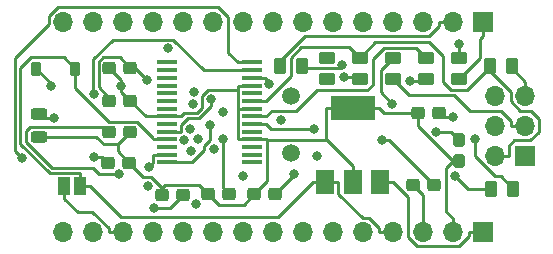
<source format=gbr>
%TF.GenerationSoftware,KiCad,Pcbnew,7.0.10*%
%TF.CreationDate,2024-02-19T12:28:25+05:30*%
%TF.ProjectId,ArduinoNano _Rudra_2021eeb1208,41726475-696e-46f4-9e61-6e6f205f5275,rev?*%
%TF.SameCoordinates,Original*%
%TF.FileFunction,Copper,L4,Bot*%
%TF.FilePolarity,Positive*%
%FSLAX46Y46*%
G04 Gerber Fmt 4.6, Leading zero omitted, Abs format (unit mm)*
G04 Created by KiCad (PCBNEW 7.0.10) date 2024-02-19 12:28:25*
%MOMM*%
%LPD*%
G01*
G04 APERTURE LIST*
G04 Aperture macros list*
%AMRoundRect*
0 Rectangle with rounded corners*
0 $1 Rounding radius*
0 $2 $3 $4 $5 $6 $7 $8 $9 X,Y pos of 4 corners*
0 Add a 4 corners polygon primitive as box body*
4,1,4,$2,$3,$4,$5,$6,$7,$8,$9,$2,$3,0*
0 Add four circle primitives for the rounded corners*
1,1,$1+$1,$2,$3*
1,1,$1+$1,$4,$5*
1,1,$1+$1,$6,$7*
1,1,$1+$1,$8,$9*
0 Add four rect primitives between the rounded corners*
20,1,$1+$1,$2,$3,$4,$5,0*
20,1,$1+$1,$4,$5,$6,$7,0*
20,1,$1+$1,$6,$7,$8,$9,0*
20,1,$1+$1,$8,$9,$2,$3,0*%
G04 Aperture macros list end*
%TA.AperFunction,ComponentPad*%
%ADD10R,1.700000X1.700000*%
%TD*%
%TA.AperFunction,ComponentPad*%
%ADD11O,1.700000X1.700000*%
%TD*%
%TA.AperFunction,ComponentPad*%
%ADD12C,1.500000*%
%TD*%
%TA.AperFunction,SMDPad,CuDef*%
%ADD13R,1.500000X2.000000*%
%TD*%
%TA.AperFunction,SMDPad,CuDef*%
%ADD14R,3.800000X2.000000*%
%TD*%
%TA.AperFunction,SMDPad,CuDef*%
%ADD15RoundRect,0.250000X-0.275000X0.312500X-0.275000X-0.312500X0.275000X-0.312500X0.275000X0.312500X0*%
%TD*%
%TA.AperFunction,SMDPad,CuDef*%
%ADD16RoundRect,0.250000X0.312500X0.275000X-0.312500X0.275000X-0.312500X-0.275000X0.312500X-0.275000X0*%
%TD*%
%TA.AperFunction,SMDPad,CuDef*%
%ADD17RoundRect,0.250000X-0.312500X-0.275000X0.312500X-0.275000X0.312500X0.275000X-0.312500X0.275000X0*%
%TD*%
%TA.AperFunction,SMDPad,CuDef*%
%ADD18RoundRect,0.243750X0.456250X-0.243750X0.456250X0.243750X-0.456250X0.243750X-0.456250X-0.243750X0*%
%TD*%
%TA.AperFunction,SMDPad,CuDef*%
%ADD19RoundRect,0.250000X-0.450000X0.262500X-0.450000X-0.262500X0.450000X-0.262500X0.450000X0.262500X0*%
%TD*%
%TA.AperFunction,SMDPad,CuDef*%
%ADD20RoundRect,0.225000X0.225000X0.375000X-0.225000X0.375000X-0.225000X-0.375000X0.225000X-0.375000X0*%
%TD*%
%TA.AperFunction,SMDPad,CuDef*%
%ADD21R,1.750000X0.450000*%
%TD*%
%TA.AperFunction,SMDPad,CuDef*%
%ADD22R,1.000000X1.500000*%
%TD*%
%TA.AperFunction,SMDPad,CuDef*%
%ADD23RoundRect,0.250000X-0.262500X-0.450000X0.262500X-0.450000X0.262500X0.450000X-0.262500X0.450000X0*%
%TD*%
%TA.AperFunction,SMDPad,CuDef*%
%ADD24RoundRect,0.250000X0.262500X0.450000X-0.262500X0.450000X-0.262500X-0.450000X0.262500X-0.450000X0*%
%TD*%
%TA.AperFunction,ViaPad*%
%ADD25C,0.800000*%
%TD*%
%TA.AperFunction,Conductor*%
%ADD26C,0.250000*%
%TD*%
G04 APERTURE END LIST*
D10*
%TO.P,ICSP1,1,MISO*%
%TO.N,/D12{slash}MISO*%
X103632000Y-108458000D03*
D11*
%TO.P,ICSP1,2,VCC*%
%TO.N,+5V*%
X101092000Y-108458000D03*
%TO.P,ICSP1,3,SCK*%
%TO.N,/D13{slash}SCK*%
X103632000Y-105918000D03*
%TO.P,ICSP1,4,MOSI*%
%TO.N,/D11{slash}MOSI*%
X101092000Y-105918000D03*
%TO.P,ICSP1,5,~{RST}*%
%TO.N,/RST*%
X103632000Y-103378000D03*
%TO.P,ICSP1,6,GND*%
%TO.N,GND*%
X101092000Y-103378000D03*
%TD*%
D12*
%TO.P,Y1,1,1*%
%TO.N,Net-(U1-(PCINT6{slash}XTAL1{slash}TOSC1)_PB6)*%
X83820000Y-108258000D03*
%TO.P,Y1,2,2*%
%TO.N,Net-(U1-(PCINT7{slash}XTAL2{slash}TOSC2)_PB7)*%
X83820000Y-103378000D03*
%TD*%
D13*
%TO.P,REG1,1,IN*%
%TO.N,VIN*%
X91352000Y-110694000D03*
%TO.P,REG1,2,GND*%
%TO.N,GND*%
X89052000Y-110694000D03*
D14*
X89052000Y-104394000D03*
D13*
%TO.P,REG1,3,OUT*%
%TO.N,+5V*%
X86752000Y-110694000D03*
%TD*%
D15*
%TO.P,C9,1*%
%TO.N,VUSB*%
X98090000Y-107145000D03*
%TO.P,C9,2*%
%TO.N,GND*%
X98090000Y-108920000D03*
%TD*%
D16*
%TO.P,C3,1*%
%TO.N,+5C*%
X70229500Y-101030000D03*
%TO.P,C3,2*%
%TO.N,GND*%
X68454500Y-101030000D03*
%TD*%
%TO.P,C7,1*%
%TO.N,+3V3*%
X74705000Y-111810000D03*
%TO.P,C7,2*%
%TO.N,GND*%
X72930000Y-111810000D03*
%TD*%
D17*
%TO.P,C2,1*%
%TO.N,+5C*%
X68437500Y-103800000D03*
%TO.P,C2,2*%
%TO.N,GND*%
X70212500Y-103800000D03*
%TD*%
D16*
%TO.P,C4,2*%
%TO.N,/RST*%
X94180000Y-110970000D03*
%TO.P,C4,1*%
%TO.N,Net-(USB1-DTR)*%
X95955000Y-110970000D03*
%TD*%
%TO.P,C10,1*%
%TO.N,+5C*%
X78615000Y-111750000D03*
%TO.P,C10,2*%
%TO.N,GND*%
X76840000Y-111750000D03*
%TD*%
D18*
%TO.P,VREG1,1,K*%
%TO.N,GND*%
X62484000Y-106855500D03*
%TO.P,VREG1,2,A*%
%TO.N,Net-(VREG1-A)*%
X62484000Y-104980500D03*
%TD*%
D19*
%TO.P,RP1D1,1*%
%TO.N,unconnected-(RP1D1-Pad1)*%
X86868000Y-100179500D03*
%TO.P,RP1D1,2*%
%TO.N,unconnected-(RP1D1-Pad2)*%
X86868000Y-102004500D03*
%TD*%
D16*
%TO.P,C5,1*%
%TO.N,GND*%
X70137500Y-109100000D03*
%TO.P,C5,2*%
%TO.N,Net-(U1-(PCINT6{slash}XTAL1{slash}TOSC1)_PB6)*%
X68362500Y-109100000D03*
%TD*%
D19*
%TO.P,RP2C1,1*%
%TO.N,Net-(USB1-CBUS1)*%
X95250000Y-100179500D03*
%TO.P,RP2C1,2*%
%TO.N,Net-(TX1-K)*%
X95250000Y-102004500D03*
%TD*%
%TO.P,RP2A1,1*%
%TO.N,+5V*%
X89662000Y-100179500D03*
%TO.P,RP2A1,2*%
%TO.N,Net-(VREG1-A)*%
X89662000Y-102004500D03*
%TD*%
D20*
%TO.P,D1,1,K*%
%TO.N,+5V*%
X65530000Y-101092000D03*
%TO.P,D1,2,A*%
%TO.N,VUSB*%
X62230000Y-101092000D03*
%TD*%
D19*
%TO.P,RP2B1,1*%
%TO.N,Net-(L1-A)*%
X92456000Y-100179500D03*
%TO.P,RP2B1,2*%
%TO.N,/D13{slash}SCK*%
X92456000Y-102004500D03*
%TD*%
D16*
%TO.P,C1,1*%
%TO.N,/AREF*%
X96350000Y-104830000D03*
%TO.P,C1,2*%
%TO.N,GND*%
X94575000Y-104830000D03*
%TD*%
D21*
%TO.P,USB1,1,TXD*%
%TO.N,/RX*%
X73310000Y-109030000D03*
%TO.P,USB1,2,DTR*%
%TO.N,Net-(USB1-DTR)*%
X73310000Y-108380000D03*
%TO.P,USB1,3,RTS*%
%TO.N,unconnected-(USB1-RTS-Pad3)*%
X73310000Y-107730000D03*
%TO.P,USB1,4,VCCIO*%
%TO.N,+5V*%
X73310000Y-107080000D03*
%TO.P,USB1,5,RXD*%
%TO.N,/TX*%
X73310000Y-106430000D03*
%TO.P,USB1,6,RI*%
%TO.N,unconnected-(USB1-RI-Pad6)*%
X73310000Y-105780000D03*
%TO.P,USB1,7,GND*%
%TO.N,GND*%
X73310000Y-105130000D03*
%TO.P,USB1,8*%
%TO.N,N/C*%
X73310000Y-104480000D03*
%TO.P,USB1,9,DCR*%
%TO.N,unconnected-(USB1-DCR-Pad9)*%
X73310000Y-103830000D03*
%TO.P,USB1,10,DCD*%
%TO.N,unconnected-(USB1-DCD-Pad10)*%
X73310000Y-103180000D03*
%TO.P,USB1,11,CTS*%
%TO.N,unconnected-(USB1-CTS-Pad11)*%
X73310000Y-102530000D03*
%TO.P,USB1,12,CBUS4*%
%TO.N,unconnected-(USB1-CBUS4-Pad12)*%
X73310000Y-101880000D03*
%TO.P,USB1,13,CBUS2*%
%TO.N,unconnected-(USB1-CBUS2-Pad13)*%
X73310000Y-101230000D03*
%TO.P,USB1,14,CBUS3*%
%TO.N,unconnected-(USB1-CBUS3-Pad14)*%
X73310000Y-100580000D03*
%TO.P,USB1,15,USBD+*%
%TO.N,Net-(J7-D+)*%
X80510000Y-100580000D03*
%TO.P,USB1,16,USBD-*%
%TO.N,Net-(J7-D-)*%
X80510000Y-101230000D03*
%TO.P,USB1,17,3V3OUT*%
%TO.N,+3V3*%
X80510000Y-101880000D03*
%TO.P,USB1,18,GND*%
%TO.N,GND*%
X80510000Y-102530000D03*
%TO.P,USB1,19,~{RESET}*%
%TO.N,unconnected-(USB1-~{RESET}-Pad19)*%
X80510000Y-103180000D03*
%TO.P,USB1,20,VCC*%
%TO.N,+5V*%
X80510000Y-103830000D03*
%TO.P,USB1,21,GND*%
%TO.N,GND*%
X80510000Y-104480000D03*
%TO.P,USB1,22,CBUS1*%
%TO.N,Net-(USB1-CBUS1)*%
X80510000Y-105130000D03*
%TO.P,USB1,23,CBUS0*%
%TO.N,Net-(USB1-CBUS0)*%
X80510000Y-105780000D03*
%TO.P,USB1,24*%
%TO.N,N/C*%
X80510000Y-106430000D03*
%TO.P,USB1,25,AGND*%
%TO.N,GND*%
X80510000Y-107080000D03*
%TO.P,USB1,26,TEST*%
%TO.N,unconnected-(USB1-TEST-Pad26)*%
X80510000Y-107730000D03*
%TO.P,USB1,27,OSCI*%
%TO.N,unconnected-(USB1-OSCI-Pad27)*%
X80510000Y-108380000D03*
%TO.P,USB1,28,OSCO*%
%TO.N,unconnected-(USB1-OSCO-Pad28)*%
X80510000Y-109030000D03*
%TD*%
D16*
%TO.P,C8,2*%
%TO.N,GND*%
X80700000Y-111750000D03*
%TO.P,C8,1*%
%TO.N,VUSB*%
X82475000Y-111750000D03*
%TD*%
D22*
%TO.P,JP1,1,A*%
%TO.N,/AREF*%
X64650000Y-111030000D03*
%TO.P,JP1,2,B*%
%TO.N,+5V*%
X65950000Y-111030000D03*
%TD*%
D16*
%TO.P,C6,1*%
%TO.N,GND*%
X70162500Y-106500000D03*
%TO.P,C6,2*%
%TO.N,Net-(U1-(PCINT7{slash}XTAL2{slash}TOSC2)_PB7)*%
X68387500Y-106500000D03*
%TD*%
D11*
%TO.P,J2,15,Pin_15*%
%TO.N,/D13{slash}SCK*%
X64516000Y-114935000D03*
%TO.P,J2,14,Pin_14*%
%TO.N,+3V3*%
X67056000Y-114935000D03*
%TO.P,J2,13,Pin_13*%
%TO.N,/AREF*%
X69596000Y-114935000D03*
%TO.P,J2,12,Pin_12*%
%TO.N,/A7*%
X72136000Y-114935000D03*
%TO.P,J2,11,Pin_11*%
%TO.N,/A6*%
X74676000Y-114935000D03*
%TO.P,J2,10,Pin_10*%
%TO.N,/A5*%
X77216000Y-114935000D03*
%TO.P,J2,9,Pin_9*%
%TO.N,/A4*%
X79756000Y-114935000D03*
%TO.P,J2,8,Pin_8*%
%TO.N,/A3*%
X82296000Y-114935000D03*
%TO.P,J2,7,Pin_7*%
%TO.N,/A2*%
X84836000Y-114935000D03*
%TO.P,J2,6,Pin_6*%
%TO.N,/A1*%
X87376000Y-114935000D03*
%TO.P,J2,5,Pin_5*%
%TO.N,/A0*%
X89916000Y-114935000D03*
%TO.P,J2,4,Pin_4*%
%TO.N,+5V*%
X92456000Y-114935000D03*
%TO.P,J2,3,Pin_3*%
%TO.N,/RST*%
X94996000Y-114935000D03*
%TO.P,J2,2,Pin_2*%
%TO.N,GND*%
X97536000Y-114935000D03*
D10*
%TO.P,J2,1,Pin_1*%
%TO.N,VIN*%
X100076000Y-114935000D03*
%TD*%
D19*
%TO.P,RP1C1,1*%
%TO.N,/TX*%
X98044000Y-100179500D03*
%TO.P,RP1C1,2*%
%TO.N,/D1{slash}TX*%
X98044000Y-102004500D03*
%TD*%
D23*
%TO.P,RP2D1,1*%
%TO.N,Net-(USB1-CBUS0)*%
X100791000Y-111252000D03*
%TO.P,RP2D1,2*%
%TO.N,Net-(RX1-K)*%
X102616000Y-111252000D03*
%TD*%
D24*
%TO.P,RP1B1,1*%
%TO.N,/RX*%
X84732500Y-100838000D03*
%TO.P,RP1B1,2*%
%TO.N,/D0{slash}RX*%
X82907500Y-100838000D03*
%TD*%
D23*
%TO.P,RP1A1,1*%
%TO.N,+5V*%
X100687500Y-100838000D03*
%TO.P,RP1A1,2*%
%TO.N,/RST*%
X102512500Y-100838000D03*
%TD*%
D11*
%TO.P,J4,15,Pin_15*%
%TO.N,/D12{slash}MISO*%
X64516000Y-97155000D03*
%TO.P,J4,14,Pin_14*%
%TO.N,/D11{slash}MOSI*%
X67056000Y-97155000D03*
%TO.P,J4,13,Pin_13*%
%TO.N,/D10*%
X69596000Y-97155000D03*
%TO.P,J4,12,Pin_12*%
%TO.N,/D9*%
X72136000Y-97155000D03*
%TO.P,J4,11,Pin_11*%
%TO.N,/D8*%
X74676000Y-97155000D03*
%TO.P,J4,10,Pin_10*%
%TO.N,/D7*%
X77216000Y-97155000D03*
%TO.P,J4,9,Pin_9*%
%TO.N,/D6*%
X79756000Y-97155000D03*
%TO.P,J4,8,Pin_8*%
%TO.N,/D5*%
X82296000Y-97155000D03*
%TO.P,J4,7,Pin_7*%
%TO.N,/D4*%
X84836000Y-97155000D03*
%TO.P,J4,6,Pin_6*%
%TO.N,/D3*%
X87376000Y-97155000D03*
%TO.P,J4,5,Pin_5*%
%TO.N,/D2*%
X89916000Y-97155000D03*
%TO.P,J4,4,Pin_4*%
%TO.N,GND*%
X92456000Y-97155000D03*
%TO.P,J4,3,Pin_3*%
%TO.N,/RST*%
X94996000Y-97155000D03*
%TO.P,J4,2,Pin_2*%
%TO.N,/D0{slash}RX*%
X97536000Y-97155000D03*
D10*
%TO.P,J4,1,Pin_1*%
%TO.N,/D1{slash}TX*%
X100076000Y-97155000D03*
%TD*%
D25*
%TO.N,Net-(RX1-K)*%
X99406400Y-107099600D03*
%TO.N,Net-(TX1-K)*%
X93926900Y-102144400D03*
%TO.N,Net-(L1-A)*%
X92419200Y-104071500D03*
%TO.N,Net-(J7-D+)*%
X61028900Y-108637600D03*
%TO.N,Net-(J7-D-)*%
X67131400Y-103268000D03*
%TO.N,Net-(VREG1-A)*%
X88347500Y-101841400D03*
X63807700Y-105281700D03*
%TO.N,VUSB*%
X96102400Y-106436700D03*
X84082800Y-110059300D03*
X63480200Y-102573400D03*
%TO.N,Net-(USB1-CBUS0)*%
X85767100Y-106205600D03*
X97730600Y-110154400D03*
%TO.N,/TX*%
X77080300Y-103702300D03*
X98044000Y-99026800D03*
%TO.N,+3V3*%
X72257600Y-112937400D03*
X82004900Y-102431300D03*
%TO.N,Net-(USB1-DTR)*%
X71777800Y-109420700D03*
X91564700Y-107150300D03*
%TO.N,/RX*%
X76959000Y-105855300D03*
X88146600Y-100823300D03*
%TO.N,/D0{slash}RX*%
X75556700Y-104102100D03*
%TO.N,/A5*%
X75618900Y-103064900D03*
%TO.N,/A4*%
X78095800Y-104798600D03*
%TO.N,/A2*%
X86070700Y-108467000D03*
%TO.N,/A1*%
X82999900Y-105411200D03*
%TO.N,/D13{slash}SCK*%
X79765500Y-110228100D03*
%TO.N,/D12{slash}MISO*%
X77311200Y-107894500D03*
%TO.N,/D11{slash}MOSI*%
X75966700Y-107021100D03*
%TO.N,/D10*%
X75789500Y-112560500D03*
%TO.N,/AREF*%
X97544600Y-105169500D03*
%TO.N,/D9*%
X75352800Y-108072400D03*
%TO.N,/D7*%
X71684200Y-111006800D03*
%TO.N,/D6*%
X74804900Y-107169100D03*
%TO.N,/D5*%
X75255200Y-106194500D03*
%TO.N,/D3*%
X73422600Y-99391200D03*
%TO.N,Net-(U1-(PCINT7{slash}XTAL2{slash}TOSC2)_PB7)*%
X69246100Y-110011900D03*
%TO.N,+5C*%
X78047900Y-107072400D03*
X71674800Y-102083500D03*
%TO.N,Net-(U1-(PCINT6{slash}XTAL1{slash}TOSC1)_PB6)*%
X67187200Y-108581900D03*
%TO.N,GND*%
X69477600Y-102544500D03*
%TD*%
D26*
%TO.N,Net-(RX1-K)*%
X99406400Y-108502400D02*
X99406400Y-107099600D01*
X101128100Y-110224100D02*
X99406400Y-108502400D01*
X101588100Y-110224100D02*
X101128100Y-110224100D01*
X102616000Y-111252000D02*
X101588100Y-110224100D01*
%TO.N,Net-(TX1-K)*%
X95110100Y-102144400D02*
X93926900Y-102144400D01*
X95250000Y-102004500D02*
X95110100Y-102144400D01*
%TO.N,Net-(L1-A)*%
X91428100Y-103080400D02*
X92419200Y-104071500D01*
X91428100Y-101207400D02*
X91428100Y-103080400D01*
X92456000Y-100179500D02*
X91428100Y-101207400D01*
%TO.N,/RST*%
X94996000Y-111786000D02*
X94180000Y-110970000D01*
X94996000Y-114935000D02*
X94996000Y-111786000D01*
X102512500Y-101081600D02*
X102512500Y-100838000D01*
X103632000Y-102201100D02*
X102512500Y-101081600D01*
X103632000Y-103378000D02*
X103632000Y-102201100D01*
%TO.N,Net-(J7-D+)*%
X80510000Y-100580000D02*
X79308100Y-100580000D01*
X60436000Y-108044700D02*
X61028900Y-108637600D01*
X60436000Y-100237500D02*
X60436000Y-108044700D01*
X63339100Y-97334400D02*
X60436000Y-100237500D01*
X63339100Y-96662100D02*
X63339100Y-97334400D01*
X64093400Y-95907800D02*
X63339100Y-96662100D01*
X77689600Y-95907800D02*
X64093400Y-95907800D01*
X78486000Y-96704200D02*
X77689600Y-95907800D01*
X78486000Y-99757900D02*
X78486000Y-96704200D01*
X79308100Y-100580000D02*
X78486000Y-99757900D01*
%TO.N,Net-(J7-D-)*%
X67060700Y-103197300D02*
X67131400Y-103268000D01*
X67060700Y-100313600D02*
X67060700Y-103197300D01*
X68720800Y-98653500D02*
X67060700Y-100313600D01*
X73882800Y-98653500D02*
X68720800Y-98653500D01*
X76459300Y-101230000D02*
X73882800Y-98653500D01*
X80510000Y-101230000D02*
X76459300Y-101230000D01*
%TO.N,Net-(VREG1-A)*%
X62785200Y-105281700D02*
X63807700Y-105281700D01*
X62484000Y-104980500D02*
X62785200Y-105281700D01*
X89498900Y-101841400D02*
X88347500Y-101841400D01*
X89662000Y-102004500D02*
X89498900Y-101841400D01*
%TO.N,VIN*%
X93726000Y-111991100D02*
X92428900Y-110694000D01*
X93726000Y-115373300D02*
X93726000Y-111991100D01*
X94509100Y-116156400D02*
X93726000Y-115373300D01*
X98045500Y-116156400D02*
X94509100Y-116156400D01*
X98899100Y-115302800D02*
X98045500Y-116156400D01*
X98899100Y-114935000D02*
X98899100Y-115302800D01*
X100076000Y-114935000D02*
X98899100Y-114935000D01*
X91352000Y-110694000D02*
X92428900Y-110694000D01*
%TO.N,VUSB*%
X97381700Y-106436700D02*
X98090000Y-107145000D01*
X96102400Y-106436700D02*
X97381700Y-106436700D01*
X84082800Y-110142200D02*
X84082800Y-110059300D01*
X82475000Y-111750000D02*
X84082800Y-110142200D01*
X63480200Y-102342200D02*
X63480200Y-102573400D01*
X62230000Y-101092000D02*
X63480200Y-102342200D01*
%TO.N,Net-(USB1-CBUS0)*%
X80510000Y-105780000D02*
X81711900Y-105780000D01*
X82137500Y-106205600D02*
X85767100Y-106205600D01*
X81711900Y-105780000D02*
X82137500Y-106205600D01*
X98828200Y-111252000D02*
X97730600Y-110154400D01*
X100791000Y-111252000D02*
X98828200Y-111252000D01*
%TO.N,/TX*%
X73310000Y-106430000D02*
X74511900Y-106430000D01*
X98044000Y-100179500D02*
X98044000Y-99026800D01*
X77080300Y-104272900D02*
X77080300Y-103702300D01*
X76069000Y-105284200D02*
X77080300Y-104272900D01*
X75133400Y-105284200D02*
X76069000Y-105284200D01*
X74511900Y-105905700D02*
X75133400Y-105284200D01*
X74511900Y-106430000D02*
X74511900Y-105905700D01*
%TO.N,+3V3*%
X73577600Y-112937400D02*
X74705000Y-111810000D01*
X72257600Y-112937400D02*
X73577600Y-112937400D01*
X81711900Y-102138300D02*
X82004900Y-102431300D01*
X81711900Y-101880000D02*
X81711900Y-102138300D01*
X80510000Y-101880000D02*
X81711900Y-101880000D01*
%TO.N,Net-(USB1-CBUS1)*%
X94399800Y-99329300D02*
X95250000Y-100179500D01*
X91700600Y-99329300D02*
X94399800Y-99329300D01*
X90760600Y-100269300D02*
X91700600Y-99329300D01*
X90760600Y-102456500D02*
X90760600Y-100269300D01*
X90293200Y-102923900D02*
X90760600Y-102456500D01*
X86005700Y-102923900D02*
X90293200Y-102923900D01*
X84279900Y-104649700D02*
X86005700Y-102923900D01*
X82192200Y-104649700D02*
X84279900Y-104649700D01*
X81711900Y-105130000D02*
X82192200Y-104649700D01*
X80510000Y-105130000D02*
X81711900Y-105130000D01*
%TO.N,Net-(USB1-DTR)*%
X73310000Y-108380000D02*
X72108100Y-108380000D01*
X92135300Y-107150300D02*
X91564700Y-107150300D01*
X95955000Y-110970000D02*
X92135300Y-107150300D01*
X72108100Y-109090400D02*
X71777800Y-109420700D01*
X72108100Y-108380000D02*
X72108100Y-109090400D01*
%TO.N,/RX*%
X84923000Y-101028500D02*
X84732500Y-100838000D01*
X87941400Y-101028500D02*
X84923000Y-101028500D01*
X88146600Y-100823300D02*
X87941400Y-101028500D01*
X76959000Y-107177900D02*
X76959000Y-105855300D01*
X76475500Y-107661400D02*
X76959000Y-107177900D01*
X76475500Y-107989900D02*
X76475500Y-107661400D01*
X75435400Y-109030000D02*
X76475500Y-107989900D01*
X73310000Y-109030000D02*
X75435400Y-109030000D01*
%TO.N,/D1{slash}TX*%
X100076000Y-97155000D02*
X100076000Y-98331900D01*
X99847100Y-98560800D02*
X100076000Y-98331900D01*
X99847100Y-100201400D02*
X99847100Y-98560800D01*
X98044000Y-102004500D02*
X99847100Y-100201400D01*
%TO.N,/D0{slash}RX*%
X97536000Y-97155000D02*
X96359100Y-97155000D01*
X96359100Y-97522900D02*
X96359100Y-97155000D01*
X95550100Y-98331900D02*
X96359100Y-97522900D01*
X85001000Y-98331900D02*
X95550100Y-98331900D01*
X82907500Y-100425400D02*
X85001000Y-98331900D01*
X82907500Y-100838000D02*
X82907500Y-100425400D01*
%TO.N,/D13{slash}SCK*%
X103632000Y-105918000D02*
X102455100Y-105918000D01*
X102455100Y-105552200D02*
X102455100Y-105918000D01*
X101604200Y-104701300D02*
X102455100Y-105552200D01*
X98948200Y-104701300D02*
X101604200Y-104701300D01*
X97616800Y-103369900D02*
X98948200Y-104701300D01*
X93821400Y-103369900D02*
X97616800Y-103369900D01*
X92456000Y-102004500D02*
X93821400Y-103369900D01*
%TO.N,/AREF*%
X69596000Y-114935000D02*
X68419100Y-114935000D01*
X64650000Y-111030000D02*
X64650000Y-112106900D01*
X68419100Y-114633700D02*
X68419100Y-114935000D01*
X67018300Y-113232900D02*
X68419100Y-114633700D01*
X65776000Y-113232900D02*
X67018300Y-113232900D01*
X64650000Y-112106900D02*
X65776000Y-113232900D01*
X96689500Y-105169500D02*
X96350000Y-104830000D01*
X97544600Y-105169500D02*
X96689500Y-105169500D01*
%TO.N,Net-(U1-(PCINT7{slash}XTAL2{slash}TOSC2)_PB7)*%
X67927600Y-106040100D02*
X68387500Y-106500000D01*
X61729100Y-106040100D02*
X67927600Y-106040100D01*
X61414100Y-106355100D02*
X61729100Y-106040100D01*
X61414100Y-107300200D02*
X61414100Y-106355100D01*
X63608700Y-109494800D02*
X61414100Y-107300200D01*
X67100000Y-109494800D02*
X63608700Y-109494800D01*
X67617100Y-110011900D02*
X67100000Y-109494800D01*
X69246100Y-110011900D02*
X67617100Y-110011900D01*
%TO.N,+5C*%
X78047900Y-111182900D02*
X78047900Y-107072400D01*
X78615000Y-111750000D02*
X78047900Y-111182900D01*
X69341200Y-100141700D02*
X70229500Y-101030000D01*
X67916600Y-100141700D02*
X69341200Y-100141700D01*
X67554500Y-100503800D02*
X67916600Y-100141700D01*
X67554500Y-102663100D02*
X67554500Y-100503800D01*
X68437500Y-103546100D02*
X67554500Y-102663100D01*
X68437500Y-103800000D02*
X68437500Y-103546100D01*
X70621300Y-101030000D02*
X71674800Y-102083500D01*
X70229500Y-101030000D02*
X70621300Y-101030000D01*
%TO.N,+5V*%
X80510000Y-103830000D02*
X81711900Y-103830000D01*
X101092000Y-108458000D02*
X102268900Y-108458000D01*
X100687500Y-100976200D02*
X100527200Y-101136500D01*
X100687500Y-100838000D02*
X100687500Y-100976200D01*
X102454900Y-103064200D02*
X100527200Y-101136500D01*
X102454900Y-103879900D02*
X102454900Y-103064200D01*
X103223000Y-104648000D02*
X102454900Y-103879900D01*
X104119600Y-104648000D02*
X103223000Y-104648000D01*
X104822900Y-105351300D02*
X104119600Y-104648000D01*
X104822900Y-106461800D02*
X104822900Y-105351300D01*
X104106600Y-107178100D02*
X104822900Y-106461800D01*
X102739700Y-107178100D02*
X104106600Y-107178100D01*
X102268900Y-107648900D02*
X102739700Y-107178100D01*
X102268900Y-108458000D02*
X102268900Y-107648900D01*
X87828900Y-111689200D02*
X87828900Y-110694000D01*
X89897800Y-113758100D02*
X87828900Y-111689200D01*
X90470100Y-113758100D02*
X89897800Y-113758100D01*
X91279100Y-114567100D02*
X90470100Y-113758100D01*
X91279100Y-114935000D02*
X91279100Y-114567100D01*
X92456000Y-114935000D02*
X91279100Y-114935000D01*
X86752000Y-110694000D02*
X87828900Y-110694000D01*
X86752000Y-110694000D02*
X85675100Y-110694000D01*
X88775500Y-99293000D02*
X89662000Y-100179500D01*
X84691200Y-99293000D02*
X88775500Y-99293000D01*
X83819900Y-100164300D02*
X84691200Y-99293000D01*
X83819900Y-101722000D02*
X83819900Y-100164300D01*
X81711900Y-103830000D02*
X83819900Y-101722000D01*
X90973900Y-98867600D02*
X89662000Y-100179500D01*
X95552100Y-98867600D02*
X90973900Y-98867600D01*
X96710800Y-100026300D02*
X95552100Y-98867600D01*
X96710800Y-102251000D02*
X96710800Y-100026300D01*
X97357700Y-102897900D02*
X96710800Y-102251000D01*
X98765800Y-102897900D02*
X97357700Y-102897900D01*
X100527200Y-101136500D02*
X98765800Y-102897900D01*
X82704800Y-113664300D02*
X85675100Y-110694000D01*
X69411200Y-113664300D02*
X82704800Y-113664300D01*
X66776900Y-111030000D02*
X69411200Y-113664300D01*
X65950000Y-111030000D02*
X65950000Y-109953100D01*
X65950000Y-111030000D02*
X66776900Y-111030000D01*
X73310000Y-107080000D02*
X72108100Y-107080000D01*
X64573700Y-100135700D02*
X65530000Y-101092000D01*
X61800200Y-100135700D02*
X64573700Y-100135700D01*
X60927800Y-101008100D02*
X61800200Y-100135700D01*
X60927800Y-107481000D02*
X60927800Y-101008100D01*
X63399900Y-109953100D02*
X60927800Y-107481000D01*
X65950000Y-109953100D02*
X63399900Y-109953100D01*
X72108100Y-106966700D02*
X72108100Y-107080000D01*
X70780900Y-105639500D02*
X72108100Y-106966700D01*
X68437300Y-105639500D02*
X70780900Y-105639500D01*
X65530000Y-102732200D02*
X68437300Y-105639500D01*
X65530000Y-101092000D02*
X65530000Y-102732200D01*
%TO.N,Net-(U1-(PCINT6{slash}XTAL1{slash}TOSC1)_PB6)*%
X67844400Y-108581900D02*
X67187200Y-108581900D01*
X68362500Y-109100000D02*
X67844400Y-108581900D01*
%TO.N,GND*%
X80510000Y-104480000D02*
X79308100Y-104480000D01*
X71542500Y-105130000D02*
X70212500Y-103800000D01*
X73310000Y-105130000D02*
X71542500Y-105130000D01*
X80510000Y-107080000D02*
X79308100Y-107080000D01*
X80510000Y-107080000D02*
X81711900Y-107080000D01*
X81809900Y-107177900D02*
X81711900Y-107080000D01*
X89052000Y-104394000D02*
X86825100Y-104394000D01*
X89052000Y-110694000D02*
X89052000Y-109367100D01*
X69144300Y-108106800D02*
X70137500Y-109100000D01*
X69144300Y-107518200D02*
X69144300Y-108106800D01*
X70162500Y-106500000D02*
X69144300Y-107518200D01*
X67978900Y-107518200D02*
X69144300Y-107518200D01*
X67316200Y-106855500D02*
X67978900Y-107518200D01*
X62484000Y-106855500D02*
X67316200Y-106855500D01*
X79308100Y-107080000D02*
X79308100Y-104480000D01*
X80510000Y-102530000D02*
X79308100Y-102530000D01*
X73310000Y-105130000D02*
X74511900Y-105130000D01*
X74809600Y-104832300D02*
X74511900Y-105130000D01*
X75869500Y-104832300D02*
X74809600Y-104832300D01*
X76288900Y-104412900D02*
X75869500Y-104832300D01*
X76288900Y-103423100D02*
X76288900Y-104412900D01*
X76763500Y-102948500D02*
X76288900Y-103423100D01*
X79308100Y-102948500D02*
X76763500Y-102948500D01*
X79308100Y-104480000D02*
X79308100Y-102948500D01*
X79308100Y-102948500D02*
X79308100Y-102530000D01*
X81808000Y-110642000D02*
X80700000Y-111750000D01*
X81808000Y-107179800D02*
X81808000Y-110642000D01*
X81809900Y-107177900D02*
X81808000Y-107179800D01*
X81809900Y-107177900D02*
X86825100Y-107177900D01*
X86862800Y-107177900D02*
X86825100Y-107177900D01*
X89052000Y-109367100D02*
X86862800Y-107177900D01*
X86825100Y-107177900D02*
X86825100Y-104394000D01*
X77701600Y-112611600D02*
X76840000Y-111750000D01*
X79838400Y-112611600D02*
X77701600Y-112611600D01*
X80700000Y-111750000D02*
X79838400Y-112611600D01*
X89052000Y-104394000D02*
X91278900Y-104394000D01*
X91714900Y-104830000D02*
X91278900Y-104394000D01*
X94575000Y-104830000D02*
X91714900Y-104830000D01*
X96994700Y-109483100D02*
X97557800Y-108920000D01*
X96994700Y-113216800D02*
X96994700Y-109483100D01*
X97536000Y-113758100D02*
X96994700Y-113216800D01*
X94575000Y-105937200D02*
X97557800Y-108920000D01*
X94575000Y-104830000D02*
X94575000Y-105937200D01*
X97557800Y-108920000D02*
X98090000Y-108920000D01*
X97536000Y-114935000D02*
X97536000Y-113758100D01*
X69477600Y-103065100D02*
X69477600Y-102544500D01*
X70212500Y-103800000D02*
X69477600Y-103065100D01*
X69477600Y-102053100D02*
X69477600Y-102544500D01*
X68454500Y-101030000D02*
X69477600Y-102053100D01*
X73204900Y-110949700D02*
X72930000Y-111224600D01*
X76039700Y-110949700D02*
X73204900Y-110949700D01*
X76840000Y-111750000D02*
X76039700Y-110949700D01*
X72930000Y-111810000D02*
X72930000Y-111224600D01*
X71288800Y-110251300D02*
X70137500Y-109100000D01*
X71956700Y-110251300D02*
X71288800Y-110251300D01*
X72930000Y-111224600D02*
X71956700Y-110251300D01*
%TD*%
M02*

</source>
